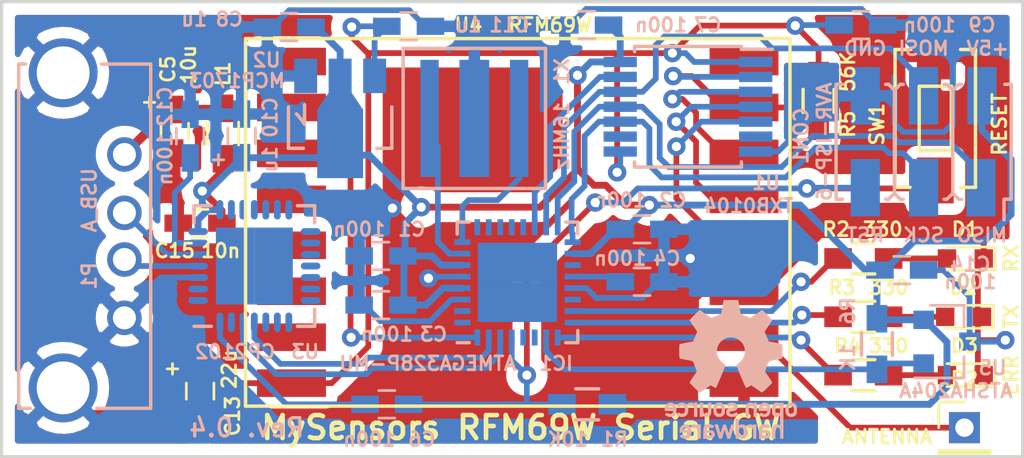
<source format=kicad_pcb>
(kicad_pcb (version 20170123) (host pcbnew no-vcs-found-ecdfa40~58~ubuntu16.04.1)
  (layers (0 F.Cu signal) (31 B.Cu signal) (34 B.Paste user) (35 F.Paste user) (36 B.SilkS user) (37 F.SilkS user) (38 B.Mask user) (39 F.Mask user) (44 Edge.Cuts user))
  (net 0 "")
  (net 1 GND)
  (net 2 +5V)
  (net 3 "Net-(C4-Pad2)")
  (net 4 /RST)
  (net 5 /DTR)
  (net 6 +3V3)
  (net 7 "Net-(C12-Pad1)")
  (net 8 /MISO)
  (net 9 /SCK)
  (net 10 /MOSI)
  (net 11 "Net-(D1-Pad2)")
  (net 12 "Net-(D2-Pad2)")
  (net 13 "Net-(D3-Pad2)")
  (net 14 "Net-(P1-Pad2)")
  (net 15 "Net-(P1-Pad3)")
  (net 16 "Net-(P2-Pad1)")
  (net 17 /GW_RX_LED)
  (net 18 /GW_TX_LED)
  (net 19 /GW_ERR_LED)
  (net 20 "Net-(R5-Pad1)")
  (net 21 "Net-(U1-Pad5)")
  (net 22 "Net-(U1-Pad4)")
  (net 23 "Net-(U1-Pad3)")
  (net 24 /SER_TX)
  (net 25 /SER_RX)
  (net 26 "Net-(IC1-Pad8)")
  (net 27 "Net-(IC1-Pad7)")
  (net 28 /ATSHA204A)
  (net 29 /RFM69W_INT)
  (net 30 /RFM69W_SS)
  (net 31 "Net-(C5-Pad2)")
  (module myfootprints:USB_A_bottom (layer F.Cu) (at 76.20488 80.30914 270)
    (fp_text reference P1 (at 5.28886 1.52888 270) (layer B.SilkS) (effects (font (size 0.6 0.6) (thickness 0.12)) (justify mirror)))
    (fp_text value USB_A (at 1.98686 1.52888 270) (layer B.SilkS) (effects (font (size 0.6 0.6) (thickness 0.12)) (justify mirror)))
    (pad 4 thru_hole circle (at 7.11286 -0.00212 180) (size 1.50114 1.50114) (drill 1.00076) (layers *.Cu *.Mask) (net 1 GND))
    (pad 3 thru_hole circle (at 4.57286 -0.00212 180) (size 1.50114 1.50114) (drill 1.00076) (layers *.Cu *.Mask) (net 15 "Net-(P1-Pad3)"))
    (pad 2 thru_hole circle (at 2.54086 -0.00212 180) (size 1.50114 1.50114) (drill 1.00076) (layers *.Cu *.Mask) (net 14 "Net-(P1-Pad2)"))
    (pad 1 thru_hole circle (at 0.00086 -0.00212 180) (size 1.50114 1.50114) (drill 1.00076) (layers *.Cu *.Mask) (net 31 "Net-(C5-Pad2)"))
    (pad 5 thru_hole circle (at 10.16086 2.66488 180) (size 2.99974 2.99974) (drill 2.30124) (layers *.Cu *.Mask) (net 1 GND))
    (pad 5 thru_hole circle (at -3.55514 2.66488 180) (size 2.99974 2.99974) (drill 2.30124) (layers *.Cu *.Mask) (net 1 GND))
  )
  (module Pin_Headers:Pin_Header_Straight_1x01_Pitch2.00mm (layer F.Cu) (at 112.776 92.202)
    (fp_text reference P2 (at 0 -2.12) (layer F.SilkS) (effects (font (size 0.6 0.6) (thickness 0.12))))
    (fp_text value ANTENNA (at -3.376 0.398) (layer F.SilkS) (effects (font (size 0.6 0.6) (thickness 0.12))))
    (pad 1 thru_hole rect (at 0 0) (size 1.35 1.35) (drill 0.8) (layers *.Cu *.Mask) (net 16 "Net-(P2-Pad1)"))
  )
  (module myfootprints:ZTTCS-3 (layer B.Cu) (at 91.44 78.74 180)
    (fp_text reference X1 (at -3.81 2.032 270) (layer B.SilkS) (effects (font (size 0.6 0.6) (thickness 0.12)) (justify mirror)))
    (fp_text value 16MHz (at -3.81 -0.762 270) (layer B.SilkS) (effects (font (size 0.6 0.6) (thickness 0.12)) (justify mirror)))
    (pad 3 smd rect (at 1.95 0 180) (size 0.8 5.1) (layers B.Cu B.Paste B.Mask) (net 27 "Net-(IC1-Pad7)"))
    (pad 2 smd rect (at 0 0 180) (size 1.3 5.1) (layers B.Cu B.Paste B.Mask) (net 1 GND))
    (pad 1 smd rect (at -1.95 0 180) (size 0.8 5.1) (layers B.Cu B.Paste B.Mask) (net 26 "Net-(IC1-Pad8)"))
  )
  (module Symbols:OSHW-Logo_5.7x6mm_SilkScreen (layer B.Cu) (at 102.616 89.662 180)
    (fp_text reference REF*** hide)
    (fp_text value OSHW-Logo_5.7x6mm_SilkScreen hide)
  )
  (module Capacitors_SMD:C_0603_HandSoldering (layer F.Cu) (at 79.502 90.612 270)
    (fp_text reference C13 (at 1.082 -1.414 270) (layer F.SilkS) (effects (font (size 0.6 0.6) (thickness 0.12))))
    (fp_text value 22u (at -0.95 -1.27 270) (layer F.SilkS) (effects (font (size 0.6 0.6) (thickness 0.12))))
    (pad 1 smd rect (at -0.95 0 270) (size 1.2 0.75) (layers F.Cu F.Paste F.Mask) (net 6 +3V3))
    (pad 2 smd rect (at 0.95 0 270) (size 1.2 0.75) (layers F.Cu F.Paste F.Mask) (net 1 GND))
  )
  (module Capacitors_SMD:C_0603_HandSoldering (layer B.Cu) (at 96.332 74.676 180)
    (fp_text reference C7 (at -5.268 0 180) (layer B.SilkS) (effects (font (size 0.6 0.6) (thickness 0.12)) (justify mirror)))
    (fp_text value 100n (at -3.236 0 180) (layer B.SilkS) (effects (font (size 0.6 0.6) (thickness 0.12)) (justify mirror)))
    (pad 1 smd rect (at -0.95 0 180) (size 1.2 0.75) (layers B.Cu B.Paste B.Mask) (net 2 +5V))
    (pad 2 smd rect (at 0.95 0 180) (size 1.2 0.75) (layers B.Cu B.Paste B.Mask) (net 1 GND))
  )
  (module Buttons_Switches_SMD:SW_SPST_EVQPE1 (layer F.Cu) (at 111.506 78.74 90)
    (fp_text reference SW1 (at -0.254 -2.54 90) (layer F.SilkS) (effects (font (size 0.6 0.6) (thickness 0.12))))
    (fp_text value RESET (at -0.254 2.794 90) (layer F.SilkS) (effects (font (size 0.6 0.6) (thickness 0.12))))
    (pad 2 smd rect (at 2.7 0 90) (size 2 1.6) (layers F.Cu F.Paste F.Mask) (net 1 GND))
    (pad 1 smd rect (at -2.7 0 90) (size 2 1.6) (layers F.Cu F.Paste F.Mask) (net 4 /RST))
  )
  (module Capacitors_SMD:C_0603_HandSoldering (layer B.Cu) (at 98.74 83.566 180)
    (fp_text reference C2 (at -1.336 1.27 180) (layer B.SilkS) (effects (font (size 0.6 0.6) (thickness 0.12)) (justify mirror)))
    (fp_text value 100n (at 0.95 1.27 180) (layer B.SilkS) (effects (font (size 0.6 0.6) (thickness 0.12)) (justify mirror)))
    (pad 1 smd rect (at -0.95 0 180) (size 1.2 0.75) (layers B.Cu B.Paste B.Mask) (net 1 GND))
    (pad 2 smd rect (at 0.95 0 180) (size 1.2 0.75) (layers B.Cu B.Paste B.Mask) (net 2 +5V))
  )
  (module Capacitors_SMD:C_0603_HandSoldering (layer B.Cu) (at 87.376 84.728 180)
    (fp_text reference C1 (at -1.336 1.162 180) (layer B.SilkS) (effects (font (size 0.6 0.6) (thickness 0.12)) (justify mirror)))
    (fp_text value 100n (at 0.95 1.162 180) (layer B.SilkS) (effects (font (size 0.6 0.6) (thickness 0.12)) (justify mirror)))
    (pad 1 smd rect (at -0.95 0 180) (size 1.2 0.75) (layers B.Cu B.Paste B.Mask) (net 2 +5V))
    (pad 2 smd rect (at 0.95 0 180) (size 1.2 0.75) (layers B.Cu B.Paste B.Mask) (net 1 GND))
  )
  (module Capacitors_SMD:C_0603_HandSoldering (layer B.Cu) (at 87.376 86.868)
    (fp_text reference C3 (at 2.286 1.27) (layer B.SilkS) (effects (font (size 0.6 0.6) (thickness 0.12)) (justify mirror)))
    (fp_text value 100n (at 0.254 1.27) (layer B.SilkS) (effects (font (size 0.6 0.6) (thickness 0.12)) (justify mirror)))
    (pad 1 smd rect (at -0.95 0) (size 1.2 0.75) (layers B.Cu B.Paste B.Mask) (net 1 GND))
    (pad 2 smd rect (at 0.95 0) (size 1.2 0.75) (layers B.Cu B.Paste B.Mask) (net 2 +5V))
  )
  (module Capacitors_SMD:C_0603_HandSoldering (layer B.Cu) (at 98.74 85.852 180)
    (fp_text reference C4 (at -1.082 1.016 180) (layer B.SilkS) (effects (font (size 0.6 0.6) (thickness 0.12)) (justify mirror)))
    (fp_text value 100n (at 0.95 1.016 180) (layer B.SilkS) (effects (font (size 0.6 0.6) (thickness 0.12)) (justify mirror)))
    (pad 2 smd rect (at 0.95 0 180) (size 1.2 0.75) (layers B.Cu B.Paste B.Mask) (net 3 "Net-(C4-Pad2)"))
    (pad 1 smd rect (at -0.95 0 180) (size 1.2 0.75) (layers B.Cu B.Paste B.Mask) (net 1 GND))
  )
  (module Capacitors_SMD:C_0603_HandSoldering (layer B.Cu) (at 87.63 91.186 180)
    (fp_text reference C6 (at -1.524 -1.524 180) (layer B.SilkS) (effects (font (size 0.6 0.6) (thickness 0.12)) (justify mirror)))
    (fp_text value 100n (at 0.762 -1.524 180) (layer B.SilkS) (effects (font (size 0.6 0.6) (thickness 0.12)) (justify mirror)))
    (pad 2 smd rect (at 0.95 0 180) (size 1.2 0.75) (layers B.Cu B.Paste B.Mask) (net 5 /DTR))
    (pad 1 smd rect (at -0.95 0 180) (size 1.2 0.75) (layers B.Cu B.Paste B.Mask) (net 4 /RST))
  )
  (module Capacitors_SMD:C_0603_HandSoldering (layer B.Cu) (at 83.378 74.76 180)
    (fp_text reference C8 (at 2.606 0.338 180) (layer B.SilkS) (effects (font (size 0.6 0.6) (thickness 0.12)) (justify mirror)))
    (fp_text value 1u (at 4.13 0.338 180) (layer B.SilkS) (effects (font (size 0.6 0.6) (thickness 0.12)) (justify mirror)))
    (pad 1 smd rect (at -0.95 0 180) (size 1.2 0.75) (layers B.Cu B.Paste B.Mask) (net 2 +5V))
    (pad 2 smd rect (at 0.95 0 180) (size 1.2 0.75) (layers B.Cu B.Paste B.Mask) (net 1 GND))
  )
  (module Capacitors_SMD:C_0603_HandSoldering (layer B.Cu) (at 108.27 74.676 180)
    (fp_text reference C9 (at -5.268 0 180) (layer B.SilkS) (effects (font (size 0.6 0.6) (thickness 0.12)) (justify mirror)))
    (fp_text value 100n (at -2.982 0 180) (layer B.SilkS) (effects (font (size 0.6 0.6) (thickness 0.12)) (justify mirror)))
    (pad 2 smd rect (at 0.95 0 180) (size 1.2 0.75) (layers B.Cu B.Paste B.Mask) (net 6 +3V3))
    (pad 1 smd rect (at -0.95 0 180) (size 1.2 0.75) (layers B.Cu B.Paste B.Mask) (net 1 GND))
  )
  (module Capacitors_SMD:C_0603_HandSoldering (layer B.Cu) (at 81.31 79.5 270)
    (fp_text reference C10 (at -0.8 -1.24 270) (layer B.SilkS) (effects (font (size 0.6 0.6) (thickness 0.12)) (justify mirror)))
    (fp_text value 1u (at 1.018 -1.24 270) (layer B.SilkS) (effects (font (size 0.6 0.6) (thickness 0.12)) (justify mirror)))
    (pad 1 smd rect (at -0.95 0 270) (size 1.2 0.75) (layers B.Cu B.Paste B.Mask) (net 1 GND))
    (pad 2 smd rect (at 0.95 0 270) (size 1.2 0.75) (layers B.Cu B.Paste B.Mask) (net 2 +5V))
  )
  (module Capacitors_SMD:C_0603_HandSoldering (layer B.Cu) (at 88.58 74.73)
    (fp_text reference C11 (at 4.384 -0.054) (layer B.SilkS) (effects (font (size 0.6 0.6) (thickness 0.12)) (justify mirror)))
    (fp_text value 1u (at 2.606 -0.054) (layer B.SilkS) (effects (font (size 0.6 0.6) (thickness 0.12)) (justify mirror)))
    (pad 2 smd rect (at 0.95 0) (size 1.2 0.75) (layers B.Cu B.Paste B.Mask) (net 1 GND))
    (pad 1 smd rect (at -0.95 0) (size 1.2 0.75) (layers B.Cu B.Paste B.Mask) (net 6 +3V3))
  )
  (module Capacitors_SMD:C_0603_HandSoldering (layer B.Cu) (at 79.07 79.51 90)
    (fp_text reference C12 (at 1.278 -1.092 90) (layer B.SilkS) (effects (font (size 0.6 0.6) (thickness 0.12)) (justify mirror)))
    (fp_text value 100n (at -1.008 -1.092 90) (layer B.SilkS) (effects (font (size 0.6 0.6) (thickness 0.12)) (justify mirror)))
    (pad 2 smd rect (at 0.95 0 90) (size 1.2 0.75) (layers B.Cu B.Paste B.Mask) (net 1 GND))
    (pad 1 smd rect (at -0.95 0 90) (size 1.2 0.75) (layers B.Cu B.Paste B.Mask) (net 7 "Net-(C12-Pad1)"))
  )
  (module myfootprints:AVR_ISP_SMT_Small_02x03 (layer B.Cu) (at 110.998 79.756 180)
    (fp_text reference CON1 (at 5.334 0.254 270) (layer B.SilkS) (effects (font (size 0.6 0.6) (thickness 0.12)) (justify mirror)))
    (fp_text value AVR-ISP-6 (at 4.318 0 270) (layer B.SilkS) (effects (font (size 0.6 0.6) (thickness 0.12)) (justify mirror)))
    (pad 1 smd rect (at -2.5 -2 180) (size 1.27 2.5) (layers B.Cu B.Paste B.Mask) (net 8 /MISO))
    (pad 3 smd rect (at 0 -2 180) (size 1.27 2.5) (layers B.Cu B.Paste B.Mask) (net 9 /SCK))
    (pad 5 smd rect (at 2.54 -2 180) (size 1.27 2.5) (layers B.Cu B.Paste B.Mask) (net 4 /RST))
    (pad 6 smd rect (at 2.54 2 180) (size 1.27 2.5) (layers B.Cu B.Paste B.Mask) (net 1 GND))
    (pad 4 smd rect (at 0 2 180) (size 1.27 2.5) (layers B.Cu B.Paste B.Mask) (net 10 /MOSI))
    (pad 2 smd rect (at -2.54 2 180) (size 1.27 2.5) (layers B.Cu B.Paste B.Mask) (net 2 +5V))
  )
  (module LEDs:LED_0603 (layer F.Cu) (at 112.814 84.836 180)
    (fp_text reference D1 (at 0 1.27 180) (layer F.SilkS) (effects (font (size 0.6 0.6) (thickness 0.12))))
    (fp_text value RX (at -1.994 0 270) (layer F.SilkS) (effects (font (size 0.6 0.6) (thickness 0.12))))
    (pad 1 smd rect (at -0.8 0) (size 0.8 0.8) (layers F.Cu F.Paste F.Mask) (net 1 GND))
    (pad 2 smd rect (at 0.8 0) (size 0.8 0.8) (layers F.Cu F.Paste F.Mask) (net 11 "Net-(D1-Pad2)"))
  )
  (module LEDs:LED_0603 (layer F.Cu) (at 112.738 87.376 180)
    (fp_text reference D2 (at 0 1.27 180) (layer F.SilkS) (effects (font (size 0.6 0.6) (thickness 0.12))))
    (fp_text value TX (at -2.07 0 270) (layer F.SilkS) (effects (font (size 0.6 0.6) (thickness 0.12))))
    (pad 2 smd rect (at 0.8 0) (size 0.8 0.8) (layers F.Cu F.Paste F.Mask) (net 12 "Net-(D2-Pad2)"))
    (pad 1 smd rect (at -0.8 0) (size 0.8 0.8) (layers F.Cu F.Paste F.Mask) (net 1 GND))
  )
  (module LEDs:LED_0603 (layer F.Cu) (at 112.814 89.916 180)
    (fp_text reference D3 (at 0.038 1.27 180) (layer F.SilkS) (effects (font (size 0.6 0.6) (thickness 0.12))))
    (fp_text value ERR (at -1.994 0 270) (layer F.SilkS) (effects (font (size 0.6 0.6) (thickness 0.12))))
    (pad 1 smd rect (at -0.8 0) (size 0.8 0.8) (layers F.Cu F.Paste F.Mask) (net 1 GND))
    (pad 2 smd rect (at 0.8 0) (size 0.8 0.8) (layers F.Cu F.Paste F.Mask) (net 13 "Net-(D3-Pad2)"))
  )
  (module Housings_DFN_QFN:QFN-32-1EP_5x5mm_Pitch0.5mm (layer B.Cu) (at 93.3185 85.878)
    (fp_text reference IC1 (at 1.6775 3.53) (layer B.SilkS) (effects (font (size 0.6 0.6) (thickness 0.12)) (justify mirror)))
    (fp_text value ATMEGA328P-MU (at -3.9105 3.53) (layer B.SilkS) (effects (font (size 0.6 0.6) (thickness 0.12)) (justify mirror)))
    (pad 33 smd rect (at -0.8625 0.8625) (size 1.725 1.725) (layers B.Cu B.Paste B.Mask))
    (pad 33 smd rect (at -0.8625 -0.8625) (size 1.725 1.725) (layers B.Cu B.Paste B.Mask))
    (pad 33 smd rect (at 0.8625 0.8625) (size 1.725 1.725) (layers B.Cu B.Paste B.Mask))
    (pad 33 smd rect (at 0.8625 -0.8625) (size 1.725 1.725) (layers B.Cu B.Paste B.Mask))
    (pad 32 smd rect (at -1.75 2.4 270) (size 0.7 0.25) (layers B.Cu B.Paste B.Mask) (net 29 /RFM69W_INT))
    (pad 31 smd rect (at -1.25 2.4 270) (size 0.7 0.25) (layers B.Cu B.Paste B.Mask) (net 25 /SER_RX))
    (pad 30 smd rect (at -0.75 2.4 270) (size 0.7 0.25) (layers B.Cu B.Paste B.Mask) (net 24 /SER_TX))
    (pad 29 smd rect (at -0.25 2.4 270) (size 0.7 0.25) (layers B.Cu B.Paste B.Mask) (net 4 /RST))
    (pad 28 smd rect (at 0.25 2.4 270) (size 0.7 0.25) (layers B.Cu B.Paste B.Mask))
    (pad 27 smd rect (at 0.75 2.4 270) (size 0.7 0.25) (layers B.Cu B.Paste B.Mask))
    (pad 26 smd rect (at 1.25 2.4 270) (size 0.7 0.25) (layers B.Cu B.Paste B.Mask) (net 28 /ATSHA204A))
    (pad 25 smd rect (at 1.75 2.4 270) (size 0.7 0.25) (layers B.Cu B.Paste B.Mask) (net 19 /GW_ERR_LED))
    (pad 24 smd rect (at 2.4 1.75) (size 0.7 0.25) (layers B.Cu B.Paste B.Mask) (net 18 /GW_TX_LED))
    (pad 23 smd rect (at 2.4 1.25) (size 0.7 0.25) (layers B.Cu B.Paste B.Mask) (net 17 /GW_RX_LED))
    (pad 22 smd rect (at 2.4 0.75) (size 0.7 0.25) (layers B.Cu B.Paste B.Mask))
    (pad 21 smd rect (at 2.4 0.25) (size 0.7 0.25) (layers B.Cu B.Paste B.Mask) (net 1 GND))
    (pad 20 smd rect (at 2.4 -0.25) (size 0.7 0.25) (layers B.Cu B.Paste B.Mask) (net 3 "Net-(C4-Pad2)"))
    (pad 19 smd rect (at 2.4 -0.75) (size 0.7 0.25) (layers B.Cu B.Paste B.Mask))
    (pad 18 smd rect (at 2.4 -1.25) (size 0.7 0.25) (layers B.Cu B.Paste B.Mask) (net 2 +5V))
    (pad 17 smd rect (at 2.4 -1.75) (size 0.7 0.25) (layers B.Cu B.Paste B.Mask) (net 9 /SCK))
    (pad 16 smd rect (at 1.75 -2.4 270) (size 0.7 0.25) (layers B.Cu B.Paste B.Mask) (net 8 /MISO))
    (pad 15 smd rect (at 1.25 -2.4 270) (size 0.7 0.25) (layers B.Cu B.Paste B.Mask) (net 10 /MOSI))
    (pad 14 smd rect (at 0.75 -2.4 270) (size 0.7 0.25) (layers B.Cu B.Paste B.Mask) (net 30 /RFM69W_SS))
    (pad 13 smd rect (at 0.25 -2.4 270) (size 0.7 0.25) (layers B.Cu B.Paste B.Mask))
    (pad 12 smd rect (at -0.25 -2.4 270) (size 0.7 0.25) (layers B.Cu B.Paste B.Mask))
    (pad 11 smd rect (at -0.75 -2.4 270) (size 0.7 0.25) (layers B.Cu B.Paste B.Mask))
    (pad 10 smd rect (at -1.25 -2.4 270) (size 0.7 0.25) (layers B.Cu B.Paste B.Mask))
    (pad 9 smd rect (at -1.75 -2.4 270) (size 0.7 0.25) (layers B.Cu B.Paste B.Mask))
    (pad 8 smd rect (at -2.4 -1.75) (size 0.7 0.25) (layers B.Cu B.Paste B.Mask) (net 26 "Net-(IC1-Pad8)"))
    (pad 7 smd rect (at -2.4 -1.25) (size 0.7 0.25) (layers B.Cu B.Paste B.Mask) (net 27 "Net-(IC1-Pad7)"))
    (pad 6 smd rect (at -2.4 -0.75) (size 0.7 0.25) (layers B.Cu B.Paste B.Mask) (net 2 +5V))
    (pad 5 smd rect (at -2.4 -0.25) (size 0.7 0.25) (layers B.Cu B.Paste B.Mask) (net 1 GND))
    (pad 4 smd rect (at -2.4 0.25) (size 0.7 0.25) (layers B.Cu B.Paste B.Mask) (net 2 +5V))
    (pad 3 smd rect (at -2.4 0.75) (size 0.7 0.25) (layers B.Cu B.Paste B.Mask) (net 1 GND))
    (pad 2 smd rect (at -2.4 1.25) (size 0.7 0.25) (layers B.Cu B.Paste B.Mask))
    (pad 1 smd rect (at -2.4 1.75) (size 0.7 0.25) (layers B.Cu B.Paste B.Mask))
  )
  (module Resistors_SMD:R_0603_HandSoldering (layer B.Cu) (at 96.35 91.186 180)
    (fp_text reference R1 (at -1.186 -1.524 180) (layer B.SilkS) (effects (font (size 0.6 0.6) (thickness 0.12)) (justify mirror)))
    (fp_text value 10K (at 0.846 -1.524 180) (layer B.SilkS) (effects (font (size 0.6 0.6) (thickness 0.12)) (justify mirror)))
    (pad 2 smd rect (at 1.1 0 180) (size 1.2 0.9) (layers B.Cu B.Paste B.Mask) (net 4 /RST))
    (pad 1 smd rect (at -1.1 0 180) (size 1.2 0.9) (layers B.Cu B.Paste B.Mask) (net 2 +5V))
  )
  (module Resistors_SMD:R_0603_HandSoldering (layer F.Cu) (at 108.374 84.836 180)
    (fp_text reference R2 (at 1.186 1.27 180) (layer F.SilkS) (effects (font (size 0.6 0.6) (thickness 0.12))))
    (fp_text value 330 (at -0.846 1.27 180) (layer F.SilkS) (effects (font (size 0.6 0.6) (thickness 0.12))))
    (pad 1 smd rect (at -1.1 0 180) (size 1.2 0.9) (layers F.Cu F.Paste F.Mask) (net 11 "Net-(D1-Pad2)"))
    (pad 2 smd rect (at 1.1 0 180) (size 1.2 0.9) (layers F.Cu F.Paste F.Mask) (net 17 /GW_RX_LED))
  )
  (module Resistors_SMD:R_0603_HandSoldering (layer F.Cu) (at 108.374 87.376 180)
    (fp_text reference R3 (at 0.932 1.27 180) (layer F.SilkS) (effects (font (size 0.6 0.6) (thickness 0.12))))
    (fp_text value 330 (at -1.1 1.27 180) (layer F.SilkS) (effects (font (size 0.6 0.6) (thickness 0.12))))
    (pad 2 smd rect (at 1.1 0 180) (size 1.2 0.9) (layers F.Cu F.Paste F.Mask) (net 18 /GW_TX_LED))
    (pad 1 smd rect (at -1.1 0 180) (size 1.2 0.9) (layers F.Cu F.Paste F.Mask) (net 12 "Net-(D2-Pad2)"))
  )
  (module Resistors_SMD:R_0603_HandSoldering (layer F.Cu) (at 108.374 89.916 180)
    (fp_text reference R4 (at 0.678 1.27 180) (layer F.SilkS) (effects (font (size 0.6 0.6) (thickness 0.12))))
    (fp_text value 330 (at -1.1 1.27 180) (layer F.SilkS) (effects (font (size 0.6 0.6) (thickness 0.12))))
    (pad 1 smd rect (at -1.1 0 180) (size 1.2 0.9) (layers F.Cu F.Paste F.Mask) (net 13 "Net-(D3-Pad2)"))
    (pad 2 smd rect (at 1.1 0 180) (size 1.2 0.9) (layers F.Cu F.Paste F.Mask) (net 19 /GW_ERR_LED))
  )
  (module Resistors_SMD:R_0603_HandSoldering (layer F.Cu) (at 106.426 77.978 90)
    (fp_text reference R5 (at -1.016 1.27 90) (layer F.SilkS) (effects (font (size 0.6 0.6) (thickness 0.12))))
    (fp_text value 56K (at 1.27 1.27 90) (layer F.SilkS) (effects (font (size 0.6 0.6) (thickness 0.12))))
    (pad 2 smd rect (at 1.1 0 90) (size 1.2 0.9) (layers F.Cu F.Paste F.Mask) (net 6 +3V3))
    (pad 1 smd rect (at -1.1 0 90) (size 1.2 0.9) (layers F.Cu F.Paste F.Mask) (net 20 "Net-(R5-Pad1)"))
  )
  (module Housings_SSOP:TSSOP-14_4.4x5mm_Pitch0.65mm (layer B.Cu) (at 100.74 78.232 180)
    (fp_text reference U1 (at -3.4 -3.302 180) (layer B.SilkS) (effects (font (size 0.6 0.6) (thickness 0.12)) (justify mirror)))
    (fp_text value TXB0104 (at -2.638 -4.318 180) (layer B.SilkS) (effects (font (size 0.6 0.6) (thickness 0.12)) (justify mirror)))
    (pad 14 smd rect (at 2.95 1.95 180) (size 1.45 0.45) (layers B.Cu B.Paste B.Mask) (net 2 +5V))
    (pad 13 smd rect (at 2.95 1.3 180) (size 1.45 0.45) (layers B.Cu B.Paste B.Mask) (net 30 /RFM69W_SS))
    (pad 12 smd rect (at 2.95 0.65 180) (size 1.45 0.45) (layers B.Cu B.Paste B.Mask) (net 10 /MOSI))
    (pad 11 smd rect (at 2.95 0 180) (size 1.45 0.45) (layers B.Cu B.Paste B.Mask) (net 8 /MISO))
    (pad 10 smd rect (at 2.95 -0.65 180) (size 1.45 0.45) (layers B.Cu B.Paste B.Mask) (net 9 /SCK))
    (pad 9 smd rect (at 2.95 -1.3 180) (size 1.45 0.45) (layers B.Cu B.Paste B.Mask))
    (pad 8 smd rect (at 2.95 -1.95 180) (size 1.45 0.45) (layers B.Cu B.Paste B.Mask) (net 6 +3V3))
    (pad 7 smd rect (at -2.95 -1.95 180) (size 1.45 0.45) (layers B.Cu B.Paste B.Mask) (net 1 GND))
    (pad 6 smd rect (at -2.95 -1.3 180) (size 1.45 0.45) (layers B.Cu B.Paste B.Mask))
    (pad 5 smd rect (at -2.95 -0.65 180) (size 1.45 0.45) (layers B.Cu B.Paste B.Mask) (net 21 "Net-(U1-Pad5)"))
    (pad 4 smd rect (at -2.95 0 180) (size 1.45 0.45) (layers B.Cu B.Paste B.Mask) (net 22 "Net-(U1-Pad4)"))
    (pad 3 smd rect (at -2.95 0.65 180) (size 1.45 0.45) (layers B.Cu B.Paste B.Mask) (net 23 "Net-(U1-Pad3)"))
    (pad 2 smd rect (at -2.95 1.3 180) (size 1.45 0.45) (layers B.Cu B.Paste B.Mask) (net 20 "Net-(R5-Pad1)"))
    (pad 1 smd rect (at -2.95 1.95 180) (size 1.45 0.45) (layers B.Cu B.Paste B.Mask) (net 6 +3V3))
  )
  (module TO_SOT_Packages_SMD:SOT89-3_Housing (layer B.Cu) (at 85.598 78.74)
    (fp_text reference U2 (at -3.198 -2.54) (layer B.SilkS) (effects (font (size 0.6 0.6) (thickness 0.12)) (justify mirror)))
    (fp_text value MCP1703 (at -4.498 -1.64) (layer B.SilkS) (effects (font (size 0.6 0.6) (thickness 0.12)) (justify mirror)))
    (pad 2 smd trapezoid (at 0 -0.7493 180) (size 1.50114 0.7493) (rect_delta 0 -0.50038) (layers B.Cu B.Paste B.Mask) (net 2 +5V))
    (pad 2 smd rect (at 0 1.09982) (size 1.99898 2.99974) (layers B.Cu B.Paste B.Mask) (net 2 +5V))
    (pad 3 smd rect (at 1.50114 -1.85166) (size 1.00076 1.50114) (layers B.Cu B.Paste B.Mask) (net 6 +3V3))
    (pad 2 smd rect (at 0 -1.85166) (size 1.00076 1.50114) (layers B.Cu B.Paste B.Mask) (net 2 +5V))
    (pad 1 smd rect (at -1.50114 -1.85166) (size 1.00076 1.50114) (layers B.Cu B.Paste B.Mask) (net 1 GND))
  )
  (module Housings_DFN_QFN:QFN-28-1EP_5x5mm_Pitch0.5mm (layer B.Cu) (at 81.8635 85.1655)
    (fp_text reference U3 (at 2.2105 3.7345) (layer B.SilkS) (effects (font (size 0.6 0.6) (thickness 0.12)) (justify mirror)))
    (fp_text value CP2102 (at -0.8375 3.7345) (layer B.SilkS) (effects (font (size 0.6 0.6) (thickness 0.12)) (justify mirror)))
    (pad 29 smd rect (at -0.8375 0.8375) (size 1.675 1.675) (layers B.Cu B.Paste B.Mask))
    (pad 29 smd rect (at -0.8375 -0.8375) (size 1.675 1.675) (layers B.Cu B.Paste B.Mask))
    (pad 29 smd rect (at 0.8375 0.8375) (size 1.675 1.675) (layers B.Cu B.Paste B.Mask))
    (pad 29 smd rect (at 0.8375 -0.8375) (size 1.675 1.675) (layers B.Cu B.Paste B.Mask))
    (pad 28 smd oval (at -1.5 2.45 270) (size 0.85 0.3) (layers B.Cu B.Paste B.Mask) (net 5 /DTR))
    (pad 27 smd oval (at -1 2.45 270) (size 0.85 0.3) (layers B.Cu B.Paste B.Mask))
    (pad 26 smd oval (at -0.5 2.45 270) (size 0.85 0.3) (layers B.Cu B.Paste B.Mask) (net 24 /SER_TX))
    (pad 25 smd oval (at 0 2.45 270) (size 0.85 0.3) (layers B.Cu B.Paste B.Mask) (net 25 /SER_RX))
    (pad 24 smd oval (at 0.5 2.45 270) (size 0.85 0.3) (layers B.Cu B.Paste B.Mask))
    (pad 23 smd oval (at 1 2.45 270) (size 0.85 0.3) (layers B.Cu B.Paste B.Mask))
    (pad 22 smd oval (at 1.5 2.45 270) (size 0.85 0.3) (layers B.Cu B.Paste B.Mask))
    (pad 21 smd oval (at 2.45 1.5) (size 0.85 0.3) (layers B.Cu B.Paste B.Mask))
    (pad 20 smd oval (at 2.45 1) (size 0.85 0.3) (layers B.Cu B.Paste B.Mask))
    (pad 19 smd oval (at 2.45 0.5) (size 0.85 0.3) (layers B.Cu B.Paste B.Mask))
    (pad 18 smd oval (at 2.45 0) (size 0.85 0.3) (layers B.Cu B.Paste B.Mask))
    (pad 17 smd oval (at 2.45 -0.5) (size 0.85 0.3) (layers B.Cu B.Paste B.Mask))
    (pad 16 smd oval (at 2.45 -1) (size 0.85 0.3) (layers B.Cu B.Paste B.Mask))
    (pad 15 smd oval (at 2.45 -1.5) (size 0.85 0.3) (layers B.Cu B.Paste B.Mask))
    (pad 14 smd oval (at 1.5 -2.45 270) (size 0.85 0.3) (layers B.Cu B.Paste B.Mask))
    (pad 13 smd oval (at 1 -2.45 270) (size 0.85 0.3) (layers B.Cu B.Paste B.Mask))
    (pad 12 smd oval (at 0.5 -2.45 270) (size 0.85 0.3) (layers B.Cu B.Paste B.Mask))
    (pad 11 smd oval (at 0 -2.45 270) (size 0.85 0.3) (layers B.Cu B.Paste B.Mask))
    (pad 10 smd oval (at -0.5 -2.45 270) (size 0.85 0.3) (layers B.Cu B.Paste B.Mask))
    (pad 9 smd oval (at -1 -2.45 270) (size 0.85 0.3) (layers B.Cu B.Paste B.Mask))
    (pad 8 smd oval (at -1.5 -2.45 270) (size 0.85 0.3) (layers B.Cu B.Paste B.Mask) (net 2 +5V))
    (pad 7 smd oval (at -2.45 -1.5) (size 0.85 0.3) (layers B.Cu B.Paste B.Mask) (net 2 +5V))
    (pad 6 smd oval (at -2.45 -1) (size 0.85 0.3) (layers B.Cu B.Paste B.Mask) (net 7 "Net-(C12-Pad1)"))
    (pad 5 smd oval (at -2.45 -0.5) (size 0.85 0.3) (layers B.Cu B.Paste B.Mask) (net 14 "Net-(P1-Pad2)"))
    (pad 4 smd oval (at -2.45 0) (size 0.85 0.3) (layers B.Cu B.Paste B.Mask) (net 15 "Net-(P1-Pad3)"))
    (pad 3 smd oval (at -2.45 0.5) (size 0.85 0.3) (layers B.Cu B.Paste B.Mask) (net 1 GND))
    (pad 2 smd oval (at -2.45 1) (size 0.85 0.3) (layers B.Cu B.Paste B.Mask))
    (pad 1 smd oval (at -2.45 1.5) (size 0.85 0.3) (layers B.Cu B.Paste B.Mask))
  )
  (module mysensors_radios:RFM69HW_SMD_Handsoldering (layer F.Cu) (at 84.88 76.264)
    (fp_text reference U4 (at 6.306 -1.588) (layer F.SilkS) (effects (font (size 0.6 0.6) (thickness 0.12))))
    (fp_text value RFM69W (at 9.862 -1.588) (layer F.SilkS) (effects (font (size 0.6 0.6) (thickness 0.12))))
    (pad 16 smd rect (at 18.3 0) (size 3 1.2) (layers F.Cu F.Paste F.Mask))
    (pad 15 smd rect (at 18.3 2) (size 3 1.2) (layers F.Cu F.Paste F.Mask) (net 20 "Net-(R5-Pad1)"))
    (pad 14 smd rect (at 18.3 4) (size 3 1.2) (layers F.Cu F.Paste F.Mask) (net 23 "Net-(U1-Pad3)"))
    (pad 13 smd rect (at 18.3 6) (size 3 1.2) (layers F.Cu F.Paste F.Mask) (net 22 "Net-(U1-Pad4)"))
    (pad 12 smd rect (at 18.3 8) (size 3 1.2) (layers F.Cu F.Paste F.Mask) (net 21 "Net-(U1-Pad5)"))
    (pad 11 smd rect (at 18.3 10) (size 3 1.2) (layers F.Cu F.Paste F.Mask) (net 1 GND))
    (pad 10 smd rect (at 18.3 12) (size 3 1.2) (layers F.Cu F.Paste F.Mask) (net 16 "Net-(P2-Pad1)"))
    (pad 9 smd rect (at 18.3 14) (size 3 1.2) (layers F.Cu F.Paste F.Mask) (net 1 GND))
    (pad 8 smd rect (at -1.4 14) (size 3 1.2) (layers F.Cu F.Paste F.Mask) (net 6 +3V3))
    (pad 7 smd rect (at -1.4 12) (size 3 1.2) (layers F.Cu F.Paste F.Mask))
    (pad 6 smd rect (at -1.4 10) (size 3 1.2) (layers F.Cu F.Paste F.Mask))
    (pad 5 smd rect (at -1.4 8) (size 3 1.2) (layers F.Cu F.Paste F.Mask))
    (pad 4 smd rect (at -1.4 6) (size 3 1.2) (layers F.Cu F.Paste F.Mask))
    (pad 3 smd rect (at -1.4 4) (size 3 1.2) (layers F.Cu F.Paste F.Mask))
    (pad 2 smd rect (at -1.4 2) (size 3 1.2) (layers F.Cu F.Paste F.Mask) (net 29 /RFM69W_INT))
    (pad 1 smd rect (at -1.4 0) (size 3 1.2) (layers F.Cu F.Paste F.Mask))
  )
  (module Capacitors_SMD:C_0603_HandSoldering (layer B.Cu) (at 110.048 85.344)
    (fp_text reference C14 (at 2.982 -0.254) (layer B.SilkS) (effects (font (size 0.6 0.6) (thickness 0.12)) (justify mirror)))
    (fp_text value 100n (at 2.982 0.508) (layer B.SilkS) (effects (font (size 0.6 0.6) (thickness 0.12)) (justify mirror)))
    (pad 2 smd rect (at 0.95 0) (size 1.2 0.75) (layers B.Cu B.Paste B.Mask) (net 1 GND))
    (pad 1 smd rect (at -0.95 0) (size 1.2 0.75) (layers B.Cu B.Paste B.Mask) (net 2 +5V))
  )
  (module Resistors_SMD:R_0603_HandSoldering (layer B.Cu) (at 108.966 88.562 90)
    (fp_text reference R6 (at 1.44 -1.27 90) (layer B.SilkS) (effects (font (size 0.6 0.6) (thickness 0.12)) (justify mirror)))
    (fp_text value 1K (at -0.592 -1.27 90) (layer B.SilkS) (effects (font (size 0.6 0.6) (thickness 0.12)) (justify mirror)))
    (pad 2 smd rect (at 1.1 0 90) (size 1.2 0.9) (layers B.Cu B.Paste B.Mask) (net 2 +5V))
    (pad 1 smd rect (at -1.1 0 90) (size 1.2 0.9) (layers B.Cu B.Paste B.Mask) (net 28 /ATSHA204A))
  )
  (module TO_SOT_Packages_SMD:SOT-23 (layer B.Cu) (at 111.998 88.458)
    (fp_text reference U5 (at 2.002 1.142) (layer B.SilkS) (effects (font (size 0.6 0.6) (thickness 0.12)) (justify mirror)))
    (fp_text value ATSHA204A (at 0.402 2.142) (layer B.SilkS) (effects (font (size 0.6 0.6) (thickness 0.12)) (justify mirror)))
    (pad 3 smd rect (at 1 0) (size 0.9 0.8) (layers B.Cu B.Paste B.Mask) (net 1 GND))
    (pad 2 smd rect (at -1 -0.95) (size 0.9 0.8) (layers B.Cu B.Paste B.Mask) (net 2 +5V))
    (pad 1 smd rect (at -1 0.95) (size 0.9 0.8) (layers B.Cu B.Paste B.Mask) (net 28 /ATSHA204A))
  )
  (module Resistors_SMD:R_0603_HandSoldering (layer F.Cu) (at 80.5 79.4 90)
    (fp_text reference L1 (at 2.6 0 90) (layer F.SilkS) (effects (font (size 0.6 0.6) (thickness 0.12))))
    (fp_text value BLM18HE152SN1D)
    (pad 2 smd rect (at 1.1 0 90) (size 1.2 0.9) (layers F.Cu F.Paste F.Mask) (net 31 "Net-(C5-Pad2)"))
    (pad 1 smd rect (at -1.1 0 90) (size 1.2 0.9) (layers F.Cu F.Paste F.Mask) (net 2 +5V))
  )
  (module Capacitors_SMD:C_0603_HandSoldering (layer F.Cu) (at 78.4 79.3 90)
    (fp_text reference C5 (at 2.7 -0.3 90) (layer F.SilkS) (effects (font (size 0.6 0.6) (thickness 0.12))))
    (fp_text value 10u (at 2.9 0.6 90) (layer F.SilkS) (effects (font (size 0.6 0.6) (thickness 0.12))))
    (pad 2 smd rect (at 0.95 0 90) (size 1.2 0.75) (layers F.Cu F.Paste F.Mask) (net 31 "Net-(C5-Pad2)"))
    (pad 1 smd rect (at -0.95 0 90) (size 1.2 0.75) (layers F.Cu F.Paste F.Mask) (net 1 GND))
  )
  (module Capacitors_SMD:C_0603_HandSoldering (layer F.Cu) (at 79.5 83.3)
    (fp_text reference C15 (at -1.1 1.2) (layer F.SilkS) (effects (font (size 0.6 0.6) (thickness 0.12))))
    (fp_text value 10n (at 0.9 1.2) (layer F.SilkS) (effects (font (size 0.6 0.6) (thickness 0.12))))
    (pad 1 smd rect (at -0.95 0) (size 1.2 0.75) (layers F.Cu F.Paste F.Mask) (net 1 GND))
    (pad 2 smd rect (at 0.95 0) (size 1.2 0.75) (layers F.Cu F.Paste F.Mask) (net 2 +5V))
  )
  (gr_text + (at 77.3 78) (layer F.SilkS) (effects (font (size 0.6 0.6) (thickness 0.12)) (justify mirror)))
  (gr_text + (at 80.3 80.5) (layer B.SilkS) (effects (font (size 0.6 0.6) (thickness 0.12))))
  (gr_text + (at 78.3 89.6) (layer F.SilkS) (effects (font (size 0.6 0.6) (thickness 0.12))))
  (gr_text "MySensors RFM69W Serial GW" (at 93.472 92.202) (layer F.SilkS) (effects (font (size 1 1) (thickness 0.2))))
  (gr_text "Rev. 0.4" (at 81.534 92.202) (layer B.SilkS) (effects (font (size 0.8 0.8) (thickness 0.14)) (justify mirror)))
  (gr_text GND (at 108.458 75.692) (layer B.SilkS) (effects (font (size 0.6 0.6) (thickness 0.12)) (justify mirror)))
  (gr_text MOSI (at 110.998 75.692) (layer B.SilkS) (effects (font (size 0.6 0.6) (thickness 0.12)) (justify mirror)))
  (gr_text +5V (at 113.792 75.692) (layer B.SilkS) (effects (font (size 0.6 0.6) (thickness 0.12)) (justify mirror)))
  (gr_text MISO (at 113.538 83.82) (layer B.SilkS) (effects (font (size 0.6 0.6) (thickness 0.12)) (justify mirror)))
  (gr_text SCK (at 110.998 83.82) (layer B.SilkS) (effects (font (size 0.6 0.6) (thickness 0.12)) (justify mirror)))
  (gr_text RST (at 108.458 83.82) (layer B.SilkS) (effects (font (size 0.6 0.6) (thickness 0.12)) (justify mirror)))
  (gr_line (start 70.866 93.472) (end 70.866 73.66) (layer Edge.Cuts) (width 0.15))
  (gr_line (start 115.316 93.472) (end 70.866 93.472) (layer Edge.Cuts) (width 0.15))
  (gr_line (start 115.316 73.66) (end 115.316 93.472) (layer Edge.Cuts) (width 0.15))
  (gr_line (start 70.866 73.66) (end 115.316 73.66) (layer Edge.Cuts) (width 0.15))
  (segment (start 89.442189 84.217189) (end 89.442189 85.697136) (width 0.25) (layer F.Cu) (net 1))
  (segment (start 89.503765 87.568001) (end 87.351001 87.568001) (width 0.25) (layer B.Cu) (net 1))
  (segment (start 87.875 82.65) (end 89.442189 84.217189) (width 0.25) (layer F.Cu) (net 1))
  (segment (start 89.511325 85.628) (end 89.442189 85.697136) (width 0.25) (layer B.Cu) (net 1))
  (segment (start 90.9185 85.628) (end 89.511325 85.628) (width 0.25) (layer B.Cu) (net 1))
  (via (at 89.442189 85.697136) (size 0.8) (drill 0.4) (layers F.Cu B.Cu) (net 1))
  (segment (start 86.651 86.868) (end 86.426 86.868) (width 0.25) (layer B.Cu) (net 1))
  (segment (start 87.351001 87.568001) (end 86.651 86.868) (width 0.25) (layer B.Cu) (net 1))
  (segment (start 90.443766 86.628) (end 89.503765 87.568001) (width 0.25) (layer B.Cu) (net 1))
  (segment (start 90.9185 86.628) (end 90.443766 86.628) (width 0.25) (layer B.Cu) (net 1))
  (segment (start 100.838 84.836) (end 101.075 85.073) (width 0.25) (layer F.Cu) (net 1))
  (segment (start 101.075 85.073) (end 101.075 85.925) (width 0.25) (layer F.Cu) (net 1))
  (segment (start 101.075 85.925) (end 101.414 86.264) (width 0.25) (layer F.Cu) (net 1))
  (segment (start 101.414 86.264) (end 103.18 86.264) (width 0.25) (layer F.Cu) (net 1))
  (segment (start 86.426 84.099) (end 87.875 82.65) (width 0.25) (layer B.Cu) (net 1))
  (segment (start 86.426 84.728) (end 86.426 84.099) (width 0.25) (layer B.Cu) (net 1))
  (via (at 87.875 82.65) (size 0.8) (drill 0.4) (layers F.Cu B.Cu) (net 1))
  (segment (start 73.54 90.47) (end 73.54 90.036) (width 0.25) (layer B.Cu) (net 1))
  (segment (start 73.54 90.036) (end 76.154 87.422) (width 0.25) (layer B.Cu) (net 1))
  (segment (start 76.154 87.422) (end 76.207 87.422) (width 0.25) (layer B.Cu) (net 1))
  (segment (start 79.4135 85.6655) (end 77.7915 85.6655) (width 0.25) (layer B.Cu) (net 1))
  (segment (start 77.7915 85.6655) (end 76.207 87.25) (width 0.25) (layer B.Cu) (net 1))
  (segment (start 76.207 87.25) (end 76.207 87.369) (width 0.25) (layer B.Cu) (net 1))
  (segment (start 76.207 87.369) (end 76.207 87.422) (width 0.25) (layer B.Cu) (net 1))
  (segment (start 95.382 74.676) (end 91.44 74.676) (width 0.25) (layer B.Cu) (net 1))
  (segment (start 91.44 74.676) (end 89.584 74.676) (width 0.25) (layer B.Cu) (net 1))
  (segment (start 91.44 78.74) (end 91.44 74.676) (width 0.25) (layer B.Cu) (net 1))
  (segment (start 108.458 77.756) (end 109.252 77.756) (width 0.25) (layer B.Cu) (net 1))
  (segment (start 109.252 77.756) (end 109.728 78.232) (width 0.25) (layer B.Cu) (net 1))
  (segment (start 109.728 78.232) (end 109.728 78.956002) (width 0.25) (layer B.Cu) (net 1))
  (segment (start 112.268 76.2) (end 110.744 74.676) (width 0.25) (layer B.Cu) (net 1))
  (segment (start 109.728 78.956002) (end 110.102999 79.331001) (width 0.25) (layer B.Cu) (net 1))
  (segment (start 110.102999 79.331001) (end 111.893001 79.331001) (width 0.25) (layer B.Cu) (net 1))
  (segment (start 112.268 78.956002) (end 112.268 76.2) (width 0.25) (layer B.Cu) (net 1))
  (segment (start 111.893001 79.331001) (end 112.268 78.956002) (width 0.25) (layer B.Cu) (net 1))
  (segment (start 110.744 74.676) (end 109.22 74.676) (width 0.25) (layer B.Cu) (net 1))
  (segment (start 82.74666 76.88834) (end 81.60766 76.88834) (width 0.25) (layer B.Cu) (net 1))
  (segment (start 81.60766 76.88834) (end 81.31 77.186) (width 0.25) (layer B.Cu) (net 1))
  (segment (start 81.31 77.186) (end 81.31 78.55) (width 0.25) (layer B.Cu) (net 1))
  (segment (start 113.614 84.186) (end 113.248 83.82) (width 0.25) (layer F.Cu) (net 1))
  (segment (start 113.248 83.82) (end 106.524 83.82) (width 0.25) (layer F.Cu) (net 1))
  (segment (start 106.524 83.82) (end 104.08 86.264) (width 0.25) (layer F.Cu) (net 1))
  (segment (start 104.08 86.264) (end 103.18 86.264) (width 0.25) (layer F.Cu) (net 1))
  (segment (start 89.49 74.77) (end 89.53 74.73) (width 0.25) (layer B.Cu) (net 1))
  (segment (start 103.18 86.264) (end 101.43 86.264) (width 0.25) (layer F.Cu) (net 1))
  (segment (start 101.43 86.264) (end 101.092 86.602) (width 0.25) (layer F.Cu) (net 1))
  (segment (start 101.092 86.602) (end 101.092 90.17) (width 0.25) (layer F.Cu) (net 1))
  (segment (start 101.092 90.17) (end 101.186 90.264) (width 0.25) (layer F.Cu) (net 1))
  (segment (start 111.506 76.04) (end 112.556 76.04) (width 0.25) (layer F.Cu) (net 1))
  (segment (start 112.556 76.04) (end 113.614 77.098) (width 0.25) (layer F.Cu) (net 1))
  (segment (start 113.614 77.098) (end 113.614 84.186) (width 0.25) (layer F.Cu) (net 1))
  (segment (start 113.614 84.186) (end 113.614 84.836) (width 0.25) (layer F.Cu) (net 1))
  (segment (start 113.36 89.916) (end 113.36 88.392) (width 0.25) (layer F.Cu) (net 1))
  (segment (start 113.36 88.392) (end 113.36 87.452) (width 0.25) (layer F.Cu) (net 1))
  (segment (start 114.554 88.392) (end 113.36 88.392) (width 0.25) (layer F.Cu) (net 1))
  (segment (start 112.998 88.458) (end 114.488 88.458) (width 0.25) (layer B.Cu) (net 1))
  (via (at 114.554 88.392) (size 0.8) (drill 0.4) (layers F.Cu B.Cu) (net 1))
  (segment (start 114.488 88.458) (end 114.554 88.392) (width 0.25) (layer B.Cu) (net 1))
  (segment (start 109.22 74.676) (end 108.995 74.676) (width 0.25) (layer B.Cu) (net 1))
  (segment (start 108.995 74.676) (end 108.294999 73.975999) (width 0.25) (layer B.Cu) (net 1))
  (segment (start 108.294999 73.975999) (end 96.307001 73.975999) (width 0.25) (layer B.Cu) (net 1))
  (segment (start 96.307001 73.975999) (end 95.607 74.676) (width 0.25) (layer B.Cu) (net 1))
  (segment (start 95.607 74.676) (end 95.382 74.676) (width 0.25) (layer B.Cu) (net 1))
  (segment (start 99.69 84.836) (end 99.69 85.852) (width 0.25) (layer B.Cu) (net 1))
  (segment (start 99.69 83.566) (end 99.69 84.836) (width 0.25) (layer B.Cu) (net 1))
  (segment (start 99.69 84.836) (end 100.838 84.836) (width 0.25) (layer B.Cu) (net 1))
  (via (at 100.838 84.836) (size 0.8) (drill 0.4) (layers F.Cu B.Cu) (net 1))
  (segment (start 89.305 74.73) (end 88.604999 74.029999) (width 0.25) (layer B.Cu) (net 1))
  (segment (start 83.383001 74.029999) (end 82.653 74.76) (width 0.25) (layer B.Cu) (net 1))
  (segment (start 89.53 74.73) (end 89.305 74.73) (width 0.25) (layer B.Cu) (net 1))
  (segment (start 88.604999 74.029999) (end 83.383001 74.029999) (width 0.25) (layer B.Cu) (net 1))
  (segment (start 82.653 74.76) (end 82.428 74.76) (width 0.25) (layer B.Cu) (net 1))
  (segment (start 95.7185 86.128) (end 96.3185 86.128) (width 0.25) (layer B.Cu) (net 1))
  (segment (start 96.3185 86.128) (end 96.742501 86.552001) (width 0.25) (layer B.Cu) (net 1))
  (segment (start 96.742501 86.552001) (end 98.764999 86.552001) (width 0.25) (layer B.Cu) (net 1))
  (segment (start 98.764999 86.552001) (end 99.465 85.852) (width 0.25) (layer B.Cu) (net 1))
  (segment (start 99.465 85.852) (end 99.69 85.852) (width 0.25) (layer B.Cu) (net 1))
  (segment (start 101.186 90.264) (end 99.888 91.562) (width 0.25) (layer F.Cu) (net 1))
  (segment (start 99.888 91.562) (end 79.502 91.562) (width 0.25) (layer F.Cu) (net 1))
  (segment (start 101.186 90.264) (end 103.18 90.264) (width 0.25) (layer F.Cu) (net 1))
  (segment (start 89.584 74.676) (end 89.53 74.73) (width 0.25) (layer B.Cu) (net 1))
  (segment (start 79.502 91.562) (end 74.632 91.562) (width 0.25) (layer F.Cu) (net 1))
  (segment (start 74.632 91.562) (end 73.54 90.47) (width 0.25) (layer F.Cu) (net 1))
  (segment (start 79.07 78.56) (end 75.346 78.56) (width 0.25) (layer B.Cu) (net 1))
  (segment (start 75.346 78.56) (end 73.54 76.754) (width 0.25) (layer B.Cu) (net 1))
  (segment (start 82.428 74.76) (end 82.428 75.385) (width 0.25) (layer B.Cu) (net 1))
  (segment (start 82.428 75.385) (end 82.74666 75.70366) (width 0.25) (layer B.Cu) (net 1))
  (segment (start 82.74666 75.70366) (end 82.74666 76.88834) (width 0.25) (layer B.Cu) (net 1))
  (segment (start 81.31 78.55) (end 79.08 78.55) (width 0.25) (layer B.Cu) (net 1))
  (segment (start 79.08 78.55) (end 79.07 78.56) (width 0.25) (layer B.Cu) (net 1))
  (segment (start 84.09686 76.88834) (end 82.74666 76.88834) (width 0.25) (layer B.Cu) (net 1))
  (segment (start 103.69 80.182) (end 104.665 80.182) (width 0.25) (layer B.Cu) (net 1))
  (segment (start 104.665 80.182) (end 107.091 77.756) (width 0.25) (layer B.Cu) (net 1))
  (segment (start 107.091 77.756) (end 108.458 77.756) (width 0.25) (layer B.Cu) (net 1))
  (segment (start 86.426 84.728) (end 86.426 86.868) (width 0.25) (layer B.Cu) (net 1))
  (segment (start 110.998 85.344) (end 111.848 85.344) (width 0.25) (layer B.Cu) (net 1))
  (segment (start 111.848 85.344) (end 112.998 86.494) (width 0.25) (layer B.Cu) (net 1))
  (segment (start 112.998 86.494) (end 112.998 88.458) (width 0.25) (layer B.Cu) (net 1))
  (segment (start 113.36 87.452) (end 113.284 87.376) (width 0.25) (layer F.Cu) (net 1))
  (segment (start 113.36 84.836) (end 113.36 87.3) (width 0.25) (layer F.Cu) (net 1))
  (segment (start 113.36 87.3) (end 113.284 87.376) (width 0.25) (layer F.Cu) (net 1))
  (segment (start 80.45 83.3) (end 80.45 82.75) (width 0.3) (layer F.Cu) (net 2))
  (segment (start 80.45 82.75) (end 79.6 81.9) (width 0.3) (layer F.Cu) (net 2))
  (segment (start 80.5 80.5) (end 80.5 81) (width 0.3) (layer F.Cu) (net 2))
  (segment (start 80.5 81) (end 79.6 81.9) (width 0.3) (layer F.Cu) (net 2))
  (segment (start 79.6 81.9) (end 79.86 81.9) (width 0.3) (layer B.Cu) (net 2))
  (segment (start 79.86 81.9) (end 81.31 80.45) (width 0.3) (layer B.Cu) (net 2))
  (segment (start 97.160002 81.649998) (end 98.023014 82.51301) (width 0.3) (layer F.Cu) (net 2))
  (segment (start 96.644688 81.649998) (end 97.160002 81.649998) (width 0.3) (layer F.Cu) (net 2))
  (segment (start 95.947575 80.952885) (end 96.644688 81.649998) (width 0.3) (layer F.Cu) (net 2))
  (segment (start 98.023014 82.51301) (end 99.06 82.51301) (width 0.3) (layer F.Cu) (net 2))
  (segment (start 89.998556 85.128) (end 89.598556 84.728) (width 0.3) (layer B.Cu) (net 2))
  (segment (start 89.598556 84.728) (end 88.326 84.728) (width 0.3) (layer B.Cu) (net 2))
  (segment (start 90.072 86.128) (end 89.332 86.868) (width 0.3) (layer B.Cu) (net 2))
  (segment (start 90.9185 86.128) (end 90.072 86.128) (width 0.3) (layer B.Cu) (net 2))
  (segment (start 90.9185 85.128) (end 89.998556 85.128) (width 0.3) (layer B.Cu) (net 2))
  (segment (start 89.332 86.868) (end 88.326 86.868) (width 0.3) (layer B.Cu) (net 2))
  (segment (start 79.6 81.9) (end 79.6 82.465685) (width 0.3) (layer B.Cu) (net 2))
  (segment (start 79.6 82.465685) (end 79.8445 82.710185) (width 0.3) (layer B.Cu) (net 2))
  (segment (start 79.8445 82.710185) (end 79.8445 82.7155) (width 0.3) (layer B.Cu) (net 2))
  (via (at 79.6 81.9) (size 0.8) (drill 0.4) (layers F.Cu B.Cu) (net 2))
  (segment (start 88.326 86.868) (end 88.375 86.819) (width 0.3) (layer B.Cu) (net 2))
  (segment (start 88.375 86.819) (end 88.375 84.777) (width 0.3) (layer B.Cu) (net 2))
  (segment (start 88.375 84.777) (end 88.326 84.728) (width 0.3) (layer B.Cu) (net 2))
  (segment (start 88.326 84.728) (end 88.551 84.728) (width 0.3) (layer B.Cu) (net 2))
  (segment (start 88.551 84.728) (end 88.425 84.602) (width 0.3) (layer B.Cu) (net 2))
  (segment (start 88.425 84.602) (end 88.425 83.306125) (width 0.3) (layer B.Cu) (net 2))
  (segment (start 88.425 83.306125) (end 89.127626 82.603499) (width 0.3) (layer B.Cu) (net 2))
  (segment (start 94.296961 82.603499) (end 89.127626 82.603499) (width 0.3) (layer F.Cu) (net 2))
  (segment (start 86.864327 80.3402) (end 89.127626 82.603499) (width 0.3) (layer B.Cu) (net 2))
  (segment (start 95.947575 80.952885) (end 94.296961 82.603499) (width 0.3) (layer F.Cu) (net 2))
  (via (at 89.127626 82.603499) (size 0.8) (drill 0.4) (layers F.Cu B.Cu) (net 2))
  (segment (start 85.598 80.3402) (end 86.864327 80.3402) (width 0.3) (layer B.Cu) (net 2))
  (segment (start 109.098 85.344) (end 108.458 85.344) (width 0.3) (layer B.Cu) (net 2))
  (segment (start 108.458 85.344) (end 105.62701 82.51301) (width 0.3) (layer B.Cu) (net 2))
  (segment (start 105.62701 82.51301) (end 99.06 82.51301) (width 0.3) (layer B.Cu) (net 2))
  (segment (start 99.06 82.521) (end 99.06 82.51301) (width 0.3) (layer B.Cu) (net 2))
  (segment (start 97.79 83.566) (end 98.015 83.566) (width 0.3) (layer B.Cu) (net 2))
  (segment (start 98.015 83.566) (end 99.06 82.521) (width 0.3) (layer B.Cu) (net 2))
  (via (at 99.06 82.51301) (size 0.8) (drill 0.4) (layers F.Cu B.Cu) (net 2))
  (segment (start 97.79 76.282) (end 96.509152 76.282) (width 0.3) (layer B.Cu) (net 2))
  (segment (start 95.930001 80.935311) (end 95.930001 76.861151) (width 0.3) (layer F.Cu) (net 2))
  (segment (start 95.947575 80.952885) (end 95.930001 80.935311) (width 0.3) (layer F.Cu) (net 2))
  (segment (start 96.509152 76.282) (end 95.930001 76.861151) (width 0.3) (layer B.Cu) (net 2))
  (via (at 95.930001 76.861151) (size 0.8) (drill 0.4) (layers F.Cu B.Cu) (net 2))
  (segment (start 97.45 91.186) (end 111.252 91.186) (width 0.3) (layer B.Cu) (net 2))
  (segment (start 111.252 91.186) (end 112.014 90.424) (width 0.3) (layer B.Cu) (net 2))
  (segment (start 112.014 90.424) (end 112.014 88.474) (width 0.3) (layer B.Cu) (net 2))
  (segment (start 112.014 88.474) (end 111.048 87.508) (width 0.3) (layer B.Cu) (net 2))
  (segment (start 111.048 87.508) (end 110.998 87.508) (width 0.3) (layer B.Cu) (net 2))
  (segment (start 85.598 80.3402) (end 85.598 79.83982) (width 0.3) (layer B.Cu) (net 2))
  (segment (start 85.731202 80.3402) (end 85.598 80.3402) (width 0.3) (layer B.Cu) (net 2))
  (segment (start 85.598 76.88834) (end 85.598 77.9907) (width 0.3) (layer B.Cu) (net 2))
  (segment (start 81.31 80.45) (end 84.98782 80.45) (width 0.3) (layer B.Cu) (net 2))
  (segment (start 84.98782 80.45) (end 85.598 79.83982) (width 0.3) (layer B.Cu) (net 2))
  (segment (start 85.598 76.88834) (end 85.598 77.13853) (width 0.3) (layer B.Cu) (net 2))
  (segment (start 85.598 77.13853) (end 85.598 79.83982) (width 0.3) (layer B.Cu) (net 2))
  (segment (start 85.598 76.88834) (end 85.598 75.805) (width 0.3) (layer B.Cu) (net 2))
  (segment (start 85.598 75.805) (end 84.553 74.76) (width 0.3) (layer B.Cu) (net 2))
  (segment (start 84.553 74.76) (end 84.328 74.76) (width 0.3) (layer B.Cu) (net 2))
  (segment (start 113.538 77.756) (end 113.538 79.256) (width 0.3) (layer B.Cu) (net 2))
  (segment (start 113.538 79.256) (end 114.808 80.526) (width 0.3) (layer B.Cu) (net 2))
  (segment (start 114.808 80.526) (end 114.808 82.916002) (width 0.3) (layer B.Cu) (net 2))
  (segment (start 114.808 82.916002) (end 113.650002 84.074) (width 0.3) (layer B.Cu) (net 2))
  (segment (start 113.650002 84.074) (end 110.593 84.074) (width 0.3) (layer B.Cu) (net 2))
  (segment (start 110.593 84.074) (end 109.323 85.344) (width 0.3) (layer B.Cu) (net 2))
  (segment (start 109.323 85.344) (end 109.098 85.344) (width 0.3) (layer B.Cu) (net 2))
  (segment (start 108.966 87.462) (end 108.966 85.476) (width 0.3) (layer B.Cu) (net 2))
  (segment (start 108.966 85.476) (end 109.098 85.344) (width 0.3) (layer B.Cu) (net 2))
  (segment (start 110.998 87.508) (end 109.012 87.508) (width 0.3) (layer B.Cu) (net 2))
  (segment (start 109.012 87.508) (end 108.966 87.462) (width 0.3) (layer B.Cu) (net 2))
  (segment (start 79.8445 82.7155) (end 79.4135 83.1465) (width 0.3) (layer B.Cu) (net 2))
  (segment (start 79.4135 83.1465) (end 79.4135 83.6655) (width 0.3) (layer B.Cu) (net 2))
  (segment (start 80.3635 82.7155) (end 79.8445 82.7155) (width 0.3) (layer B.Cu) (net 2))
  (segment (start 84.72423 74.76) (end 84.328 74.76) (width 0.3) (layer B.Cu) (net 2))
  (segment (start 97.79 83.566) (end 97.565 83.566) (width 0.3) (layer B.Cu) (net 2))
  (segment (start 97.565 83.566) (end 96.503 84.628) (width 0.3) (layer B.Cu) (net 2))
  (segment (start 96.503 84.628) (end 95.7185 84.628) (width 0.3) (layer B.Cu) (net 2))
  (segment (start 97.79 76.282) (end 97.79 75.184) (width 0.3) (layer B.Cu) (net 2))
  (segment (start 97.79 75.184) (end 97.282 74.676) (width 0.3) (layer B.Cu) (net 2))
  (segment (start 97.79 85.852) (end 97.566 85.628) (width 0.25) (layer B.Cu) (net 3))
  (segment (start 97.566 85.628) (end 95.7185 85.628) (width 0.25) (layer B.Cu) (net 3))
  (segment (start 97.94 82.4) (end 96.700022 82.4) (width 0.25) (layer B.Cu) (net 4))
  (segment (start 93.726 89.916) (end 93.726 85.374022) (width 0.25) (layer F.Cu) (net 4))
  (via (at 96.700022 82.4) (size 0.8) (drill 0.4) (layers F.Cu B.Cu) (net 4))
  (segment (start 105.918006 81.788) (end 98.552 81.788) (width 0.25) (layer B.Cu) (net 4))
  (segment (start 98.552 81.788) (end 97.94 82.4) (width 0.25) (layer B.Cu) (net 4))
  (segment (start 93.726 85.374022) (end 96.700022 82.4) (width 0.25) (layer F.Cu) (net 4))
  (segment (start 92.456 91.186) (end 93.726 91.186) (width 0.25) (layer B.Cu) (net 4))
  (segment (start 93.726 91.186) (end 93.726 89.916) (width 0.25) (layer B.Cu) (net 4))
  (segment (start 93.0685 88.278) (end 93.0685 89.2685) (width 0.25) (layer B.Cu) (net 4))
  (segment (start 93.0685 89.2685) (end 93.716 89.916) (width 0.25) (layer B.Cu) (net 4))
  (segment (start 93.716 89.916) (end 93.726 89.916) (width 0.25) (layer B.Cu) (net 4))
  (segment (start 95.25 91.186) (end 92.456 91.186) (width 0.25) (layer B.Cu) (net 4))
  (segment (start 88.58 91.186) (end 92.456 91.186) (width 0.25) (layer B.Cu) (net 4))
  (segment (start 111.506 81.44) (end 111.158 81.788) (width 0.25) (layer F.Cu) (net 4))
  (segment (start 108.458 81.756) (end 105.950006 81.756) (width 0.25) (layer B.Cu) (net 4))
  (segment (start 105.950006 81.756) (end 105.918006 81.788) (width 0.25) (layer B.Cu) (net 4))
  (segment (start 111.158 81.788) (end 105.918006 81.788) (width 0.25) (layer F.Cu) (net 4))
  (via (at 105.918006 81.788) (size 0.8) (drill 0.4) (layers F.Cu B.Cu) (net 4))
  (via (at 93.726 89.916) (size 0.8) (drill 0.4) (layers F.Cu B.Cu) (net 4))
  (segment (start 86.68 91.186) (end 83.259 91.186) (width 0.25) (layer B.Cu) (net 5))
  (segment (start 83.259 91.186) (end 80.3635 88.2905) (width 0.25) (layer B.Cu) (net 5))
  (segment (start 80.3635 88.2905) (end 80.3635 87.6155) (width 0.25) (layer B.Cu) (net 5))
  (segment (start 97.536 75.897378) (end 97.655635 76.017013) (width 0.25) (layer F.Cu) (net 6))
  (via (at 97.655635 81.087092) (size 0.8) (drill 0.4) (layers F.Cu B.Cu) (net 6))
  (segment (start 97.655635 76.017013) (end 97.655635 81.087092) (width 0.25) (layer F.Cu) (net 6))
  (segment (start 97.79 80.182) (end 97.79 80.952727) (width 0.25) (layer B.Cu) (net 6))
  (segment (start 97.79 80.952727) (end 97.655635 81.087092) (width 0.25) (layer B.Cu) (net 6))
  (segment (start 87.243709 75.897378) (end 86.852622 75.897378) (width 0.25) (layer F.Cu) (net 6))
  (segment (start 86.852622 75.897378) (end 86.825 75.925) (width 0.25) (layer F.Cu) (net 6))
  (segment (start 85.23 90.264) (end 83.48 90.264) (width 0.25) (layer F.Cu) (net 6))
  (segment (start 86.825 75.925) (end 86.825 88.669) (width 0.25) (layer F.Cu) (net 6))
  (segment (start 86.825 88.669) (end 85.23 90.264) (width 0.25) (layer F.Cu) (net 6))
  (segment (start 87.243709 75.897378) (end 86.797378 75.897378) (width 0.25) (layer F.Cu) (net 6))
  (segment (start 86.797378 75.897378) (end 86.10134 75.20134) (width 0.25) (layer F.Cu) (net 6))
  (segment (start 86.10134 75.20134) (end 86.10134 74.755009) (width 0.25) (layer F.Cu) (net 6))
  (segment (start 100.064291 75.897378) (end 97.536 75.897378) (width 0.25) (layer F.Cu) (net 6))
  (segment (start 97.536 75.897378) (end 87.243709 75.897378) (width 0.25) (layer F.Cu) (net 6))
  (segment (start 100.629976 75.897378) (end 100.064291 75.897378) (width 0.25) (layer B.Cu) (net 6))
  (segment (start 101.014598 76.282) (end 100.629976 75.897378) (width 0.25) (layer B.Cu) (net 6))
  (segment (start 105.41 74.701009) (end 101.26066 74.701009) (width 0.25) (layer F.Cu) (net 6))
  (segment (start 103.69 76.282) (end 101.014598 76.282) (width 0.25) (layer B.Cu) (net 6))
  (segment (start 101.26066 74.701009) (end 100.064291 75.897378) (width 0.25) (layer F.Cu) (net 6))
  (via (at 100.064291 75.897378) (size 0.8) (drill 0.4) (layers F.Cu B.Cu) (net 6))
  (segment (start 87.09914 76.88834) (end 87.09914 75.26086) (width 0.25) (layer B.Cu) (net 6))
  (segment (start 87.09914 75.26086) (end 87.63 74.73) (width 0.25) (layer B.Cu) (net 6))
  (segment (start 107.32 74.676) (end 105.435009 74.676) (width 0.25) (layer B.Cu) (net 6))
  (segment (start 106.426 75.717009) (end 105.41 74.701009) (width 0.25) (layer F.Cu) (net 6))
  (segment (start 106.426 76.878) (end 106.426 75.717009) (width 0.25) (layer F.Cu) (net 6))
  (segment (start 105.435009 74.676) (end 105.41 74.701009) (width 0.25) (layer B.Cu) (net 6))
  (via (at 105.41 74.701009) (size 0.8) (drill 0.4) (layers F.Cu B.Cu) (net 6))
  (segment (start 87.63 74.73) (end 86.126349 74.73) (width 0.25) (layer B.Cu) (net 6))
  (segment (start 86.126349 74.73) (end 86.10134 74.755009) (width 0.25) (layer B.Cu) (net 6))
  (via (at 86.10134 74.755009) (size 0.8) (drill 0.4) (layers F.Cu B.Cu) (net 6))
  (segment (start 83.48 90.264) (end 80.104 90.264) (width 0.25) (layer F.Cu) (net 6))
  (segment (start 80.104 90.264) (end 79.502 89.662) (width 0.25) (layer F.Cu) (net 6))
  (segment (start 79.4135 84.1655) (end 78.4 84.1655) (width 0.25) (layer B.Cu) (net 7))
  (segment (start 78.4 84.1655) (end 78.4 81.98) (width 0.25) (layer B.Cu) (net 7))
  (segment (start 78.4 81.98) (end 79.07 81.31) (width 0.25) (layer B.Cu) (net 7))
  (segment (start 79.07 81.31) (end 79.07 80.46) (width 0.25) (layer B.Cu) (net 7))
  (segment (start 95.792023 81.498564) (end 95.0685 82.222087) (width 0.25) (layer B.Cu) (net 8))
  (segment (start 95.792023 79.316366) (end 95.792023 81.498564) (width 0.25) (layer B.Cu) (net 8))
  (segment (start 95.0685 82.222087) (end 95.0685 83.478) (width 0.25) (layer B.Cu) (net 8))
  (segment (start 97.79 78.232) (end 96.876389 78.232) (width 0.25) (layer B.Cu) (net 8))
  (segment (start 96.876389 78.232) (end 95.792023 79.316366) (width 0.25) (layer B.Cu) (net 8))
  (segment (start 104.818022 80.855978) (end 106.172 79.502) (width 0.25) (layer B.Cu) (net 8))
  (segment (start 112.138012 79.781012) (end 113.498 81.141) (width 0.25) (layer B.Cu) (net 8))
  (segment (start 98.751411 78.232) (end 99.510011 78.9906) (width 0.25) (layer B.Cu) (net 8))
  (segment (start 109.916599 79.781012) (end 112.138012 79.781012) (width 0.25) (layer B.Cu) (net 8))
  (segment (start 106.172 79.502) (end 109.637587 79.502) (width 0.25) (layer B.Cu) (net 8))
  (segment (start 99.905978 80.855978) (end 104.818022 80.855978) (width 0.25) (layer B.Cu) (net 8))
  (segment (start 99.510011 80.460011) (end 99.905978 80.855978) (width 0.25) (layer B.Cu) (net 8))
  (segment (start 99.510011 78.9906) (end 99.510011 80.460011) (width 0.25) (layer B.Cu) (net 8))
  (segment (start 97.79 78.232) (end 98.751411 78.232) (width 0.25) (layer B.Cu) (net 8))
  (segment (start 109.637587 79.502) (end 109.916599 79.781012) (width 0.25) (layer B.Cu) (net 8))
  (segment (start 113.498 81.141) (end 113.498 81.756) (width 0.25) (layer B.Cu) (net 8))
  (segment (start 96.242034 79.502766) (end 96.242034 81.684964) (width 0.25) (layer B.Cu) (net 9))
  (segment (start 95.674999 82.251999) (end 95.674999 83.709499) (width 0.25) (layer B.Cu) (net 9))
  (segment (start 95.7185 83.753) (end 95.7185 84.128) (width 0.25) (layer B.Cu) (net 9))
  (segment (start 95.674999 83.709499) (end 95.7185 83.753) (width 0.25) (layer B.Cu) (net 9))
  (segment (start 97.79 78.882) (end 96.8628 78.882) (width 0.25) (layer B.Cu) (net 9))
  (segment (start 96.8628 78.882) (end 96.242034 79.502766) (width 0.25) (layer B.Cu) (net 9))
  (segment (start 96.242034 81.684964) (end 95.674999 82.251999) (width 0.25) (layer B.Cu) (net 9))
  (segment (start 99.06 79.177) (end 99.06 80.772) (width 0.25) (layer B.Cu) (net 9))
  (segment (start 109.498 80.256) (end 110.113 80.256) (width 0.25) (layer B.Cu) (net 9))
  (segment (start 98.765 78.882) (end 99.06 79.177) (width 0.25) (layer B.Cu) (net 9))
  (segment (start 106.300411 80.01) (end 109.252 80.01) (width 0.25) (layer B.Cu) (net 9))
  (segment (start 97.79 78.882) (end 98.765 78.882) (width 0.25) (layer B.Cu) (net 9))
  (segment (start 99.06 80.772) (end 99.593989 81.305989) (width 0.25) (layer B.Cu) (net 9))
  (segment (start 99.593989 81.305989) (end 105.004422 81.305989) (width 0.25) (layer B.Cu) (net 9))
  (segment (start 105.004422 81.305989) (end 106.300411 80.01) (width 0.25) (layer B.Cu) (net 9))
  (segment (start 109.252 80.01) (end 109.498 80.256) (width 0.25) (layer B.Cu) (net 9))
  (segment (start 110.113 80.256) (end 110.998 81.141) (width 0.25) (layer B.Cu) (net 9))
  (segment (start 110.998 81.141) (end 110.998 81.756) (width 0.25) (layer B.Cu) (net 9))
  (segment (start 95.342012 79.129966) (end 96.88998 77.582) (width 0.25) (layer B.Cu) (net 10))
  (segment (start 96.88998 77.582) (end 97.79 77.582) (width 0.25) (layer B.Cu) (net 10))
  (segment (start 95.342012 81.312165) (end 95.342012 79.129966) (width 0.25) (layer B.Cu) (net 10))
  (segment (start 94.5685 82.085677) (end 95.342012 81.312165) (width 0.25) (layer B.Cu) (net 10))
  (segment (start 94.5685 83.478) (end 94.5685 82.085677) (width 0.25) (layer B.Cu) (net 10))
  (segment (start 110.998 77.141) (end 110.998 77.756) (width 0.25) (layer B.Cu) (net 10))
  (segment (start 109.549 75.692) (end 110.998 77.141) (width 0.25) (layer B.Cu) (net 10))
  (segment (start 103.874377 75.172377) (end 104.394 75.692) (width 0.25) (layer B.Cu) (net 10))
  (segment (start 99.33929 75.549377) (end 99.71629 75.172377) (width 0.25) (layer B.Cu) (net 10))
  (segment (start 98.765 77.582) (end 99.33929 77.00771) (width 0.25) (layer B.Cu) (net 10))
  (segment (start 104.394 75.692) (end 109.549 75.692) (width 0.25) (layer B.Cu) (net 10))
  (segment (start 99.33929 77.00771) (end 99.33929 75.549377) (width 0.25) (layer B.Cu) (net 10))
  (segment (start 99.71629 75.172377) (end 103.874377 75.172377) (width 0.25) (layer B.Cu) (net 10))
  (segment (start 97.79 77.582) (end 98.765 77.582) (width 0.25) (layer B.Cu) (net 10))
  (segment (start 111.76 84.836) (end 109.22 84.836) (width 0.25) (layer F.Cu) (net 11))
  (segment (start 109.22 87.376) (end 111.684 87.376) (width 0.25) (layer F.Cu) (net 12))
  (segment (start 111.76 89.916) (end 109.22 89.916) (width 0.25) (layer F.Cu) (net 13))
  (segment (start 78.0615 84.6655) (end 76.207 82.811) (width 0.25) (layer B.Cu) (net 14))
  (segment (start 76.207 82.811) (end 76.207 82.85) (width 0.25) (layer B.Cu) (net 14))
  (segment (start 79.4135 84.6655) (end 78.0615 84.6655) (width 0.25) (layer B.Cu) (net 14))
  (segment (start 79.4135 85.1655) (end 76.5295 85.1655) (width 0.25) (layer B.Cu) (net 15))
  (segment (start 76.246 84.882) (end 76.207 84.882) (width 0.25) (layer B.Cu) (net 15))
  (segment (start 76.5295 85.1655) (end 76.246 84.882) (width 0.25) (layer B.Cu) (net 15))
  (segment (start 103.18 88.264) (end 103.864 88.264) (width 0.25) (layer F.Cu) (net 16))
  (segment (start 103.864 88.264) (end 107.802 92.202) (width 0.25) (layer F.Cu) (net 16))
  (segment (start 107.802 92.202) (end 112.776 92.202) (width 0.25) (layer F.Cu) (net 16))
  (segment (start 104.388002 87.128) (end 105.664002 85.852) (width 0.25) (layer B.Cu) (net 17))
  (segment (start 95.7185 87.128) (end 104.388002 87.128) (width 0.25) (layer B.Cu) (net 17))
  (segment (start 107.124 84.836) (end 106.108 85.852) (width 0.25) (layer F.Cu) (net 17))
  (segment (start 107.274 84.836) (end 107.124 84.836) (width 0.25) (layer F.Cu) (net 17))
  (segment (start 106.108 85.852) (end 105.664002 85.852) (width 0.25) (layer F.Cu) (net 17))
  (via (at 105.664002 85.852) (size 0.8) (drill 0.4) (layers F.Cu B.Cu) (net 17))
  (segment (start 105.7 87.3) (end 107.198 87.3) (width 0.25) (layer F.Cu) (net 18))
  (segment (start 107.198 87.3) (end 107.274 87.376) (width 0.25) (layer F.Cu) (net 18))
  (segment (start 95.7185 87.628) (end 105.372 87.628) (width 0.25) (layer B.Cu) (net 18))
  (segment (start 105.372 87.628) (end 105.7 87.3) (width 0.25) (layer B.Cu) (net 18))
  (via (at 105.7 87.3) (size 0.8) (drill 0.4) (layers F.Cu B.Cu) (net 18))
  (segment (start 105.55 88.278) (end 105.664 88.392) (width 0.25) (layer B.Cu) (net 19))
  (segment (start 107.124 89.916) (end 105.664 88.456) (width 0.25) (layer F.Cu) (net 19))
  (segment (start 107.274 89.916) (end 107.124 89.916) (width 0.25) (layer F.Cu) (net 19))
  (via (at 105.664 88.392) (size 0.8) (drill 0.4) (layers F.Cu B.Cu) (net 19))
  (segment (start 105.664 88.456) (end 105.664 88.392) (width 0.25) (layer F.Cu) (net 19))
  (segment (start 95.0685 88.278) (end 105.55 88.278) (width 0.25) (layer B.Cu) (net 19))
  (segment (start 100.912888 76.896888) (end 100.095976 76.896888) (width 0.25) (layer F.Cu) (net 20))
  (segment (start 102.28 78.264) (end 100.912888 76.896888) (width 0.25) (layer F.Cu) (net 20))
  (segment (start 103.18 78.264) (end 102.28 78.264) (width 0.25) (layer F.Cu) (net 20))
  (segment (start 103.69 76.932) (end 100.131088 76.932) (width 0.25) (layer B.Cu) (net 20))
  (segment (start 100.131088 76.932) (end 100.095976 76.896888) (width 0.25) (layer B.Cu) (net 20))
  (via (at 100.095976 76.896888) (size 0.8) (drill 0.4) (layers F.Cu B.Cu) (net 20))
  (segment (start 103.18 78.264) (end 105.95 78.264) (width 0.25) (layer F.Cu) (net 20))
  (segment (start 105.95 78.264) (end 106.426 78.74) (width 0.25) (layer F.Cu) (net 20))
  (segment (start 106.426 78.74) (end 106.426 79.078) (width 0.25) (layer F.Cu) (net 20))
  (segment (start 100.235021 82.219021) (end 100.235021 79.964283) (width 0.25) (layer F.Cu) (net 21))
  (segment (start 102.28 84.264) (end 100.235021 82.219021) (width 0.25) (layer F.Cu) (net 21))
  (segment (start 101.317304 78.882) (end 100.235021 79.964283) (width 0.25) (layer B.Cu) (net 21))
  (segment (start 103.18 84.264) (end 102.28 84.264) (width 0.25) (layer F.Cu) (net 21))
  (segment (start 103.69 78.882) (end 101.317304 78.882) (width 0.25) (layer B.Cu) (net 21))
  (via (at 100.235021 79.964283) (size 0.8) (drill 0.4) (layers F.Cu B.Cu) (net 21))
  (segment (start 103.18 82.264) (end 101.822 82.264) (width 0.25) (layer F.Cu) (net 22))
  (segment (start 101.822 82.264) (end 101.092 81.534) (width 0.25) (layer F.Cu) (net 22))
  (segment (start 101.092 81.534) (end 101.092 79.748008) (width 0.25) (layer F.Cu) (net 22))
  (segment (start 101.092 79.748008) (end 100.226992 78.883) (width 0.25) (layer F.Cu) (net 22))
  (segment (start 103.69 78.232) (end 100.877992 78.232) (width 0.25) (layer B.Cu) (net 22))
  (segment (start 100.877992 78.232) (end 100.226992 78.883) (width 0.25) (layer B.Cu) (net 22))
  (via (at 100.226992 78.883) (size 0.8) (drill 0.4) (layers F.Cu B.Cu) (net 22))
  (segment (start 103.18 80.264) (end 102.28 80.264) (width 0.25) (layer F.Cu) (net 23))
  (segment (start 102.28 80.264) (end 101.092 79.076) (width 0.25) (layer F.Cu) (net 23))
  (segment (start 101.092 79.076) (end 101.092 78.486) (width 0.25) (layer F.Cu) (net 23))
  (segment (start 101.092 78.486) (end 100.502384 77.896384) (width 0.25) (layer F.Cu) (net 23))
  (segment (start 100.502384 77.896384) (end 100.063857 77.896384) (width 0.25) (layer F.Cu) (net 23))
  (via (at 100.063857 77.896384) (size 0.8) (drill 0.4) (layers F.Cu B.Cu) (net 23))
  (segment (start 103.69 77.582) (end 100.378241 77.582) (width 0.25) (layer B.Cu) (net 23))
  (segment (start 100.378241 77.582) (end 100.063857 77.896384) (width 0.25) (layer B.Cu) (net 23))
  (segment (start 81.3635 88.426911) (end 82.811602 89.875013) (width 0.25) (layer B.Cu) (net 24))
  (segment (start 86.734402 89.875013) (end 87.005403 89.604011) (width 0.25) (layer B.Cu) (net 24))
  (segment (start 81.3635 87.6155) (end 81.3635 88.426911) (width 0.25) (layer B.Cu) (net 24))
  (segment (start 87.005403 89.604011) (end 91.938902 89.604011) (width 0.25) (layer B.Cu) (net 24))
  (segment (start 82.811602 89.875013) (end 86.734402 89.875013) (width 0.25) (layer B.Cu) (net 24))
  (segment (start 91.938902 89.604011) (end 92.5685 88.974413) (width 0.25) (layer B.Cu) (net 24))
  (segment (start 92.5685 88.974413) (end 92.5685 88.278) (width 0.25) (layer B.Cu) (net 24))
  (segment (start 91.752502 89.154) (end 86.819004 89.154) (width 0.25) (layer B.Cu) (net 25))
  (segment (start 82.998002 89.425002) (end 81.8635 88.2905) (width 0.25) (layer B.Cu) (net 25))
  (segment (start 86.819004 89.154) (end 86.548002 89.425002) (width 0.25) (layer B.Cu) (net 25))
  (segment (start 92.0685 88.838002) (end 91.752502 89.154) (width 0.25) (layer B.Cu) (net 25))
  (segment (start 92.0685 88.278) (end 92.0685 88.838002) (width 0.25) (layer B.Cu) (net 25))
  (segment (start 86.548002 89.425002) (end 82.998002 89.425002) (width 0.25) (layer B.Cu) (net 25))
  (segment (start 81.8635 88.2905) (end 81.8635 87.6155) (width 0.25) (layer B.Cu) (net 25))
  (segment (start 90.9185 84.128) (end 90.9185 82.5635) (width 0.25) (layer B.Cu) (net 26))
  (segment (start 90.9185 82.5635) (end 91.186 82.296) (width 0.25) (layer B.Cu) (net 26))
  (segment (start 91.186 82.296) (end 92.456 82.296) (width 0.25) (layer B.Cu) (net 26))
  (segment (start 92.456 82.296) (end 93.39 81.362) (width 0.25) (layer B.Cu) (net 26))
  (segment (start 93.39 81.362) (end 93.39 78.74) (width 0.25) (layer B.Cu) (net 26))
  (segment (start 89.852627 79.978637) (end 89.49 79.61601) (width 0.25) (layer B.Cu) (net 27))
  (segment (start 90.9185 84.628) (end 90.358498 84.628) (width 0.25) (layer B.Cu) (net 27))
  (segment (start 89.852627 84.122129) (end 89.852627 79.978637) (width 0.25) (layer B.Cu) (net 27))
  (segment (start 90.358498 84.628) (end 89.852627 84.122129) (width 0.25) (layer B.Cu) (net 27))
  (segment (start 89.49 79.166) (end 89.49 78.74) (width 0.25) (layer B.Cu) (net 27))
  (segment (start 108.966 89.662) (end 95.3525 89.662) (width 0.25) (layer B.Cu) (net 28))
  (segment (start 95.3525 89.662) (end 94.5685 88.878) (width 0.25) (layer B.Cu) (net 28))
  (segment (start 94.5685 88.878) (end 94.5685 88.278) (width 0.25) (layer B.Cu) (net 28))
  (segment (start 110.998 89.408) (end 109.22 89.408) (width 0.25) (layer B.Cu) (net 28))
  (segment (start 109.22 89.408) (end 108.966 89.662) (width 0.25) (layer B.Cu) (net 28))
  (segment (start 83.48 78.264) (end 84.38 78.264) (width 0.25) (layer F.Cu) (net 29))
  (segment (start 84.38 78.264) (end 86.05 79.934) (width 0.25) (layer F.Cu) (net 29))
  (segment (start 86.05 79.934) (end 86.05 88.25) (width 0.25) (layer F.Cu) (net 29))
  (segment (start 86.05 88.25) (end 86.075 88.275) (width 0.25) (layer F.Cu) (net 29))
  (segment (start 86.078 88.278) (end 86.075 88.275) (width 0.25) (layer B.Cu) (net 29))
  (via (at 86.075 88.275) (size 0.8) (drill 0.4) (layers F.Cu B.Cu) (net 29))
  (segment (start 91.5685 88.278) (end 86.078 88.278) (width 0.25) (layer B.Cu) (net 29))
  (segment (start 94.742 79.093569) (end 96.903569 76.932) (width 0.25) (layer B.Cu) (net 30))
  (segment (start 94.742 81.275766) (end 94.742 79.093569) (width 0.25) (layer B.Cu) (net 30))
  (segment (start 96.903569 76.932) (end 97.79 76.932) (width 0.25) (layer B.Cu) (net 30))
  (segment (start 94.0685 81.949266) (end 94.742 81.275766) (width 0.25) (layer B.Cu) (net 30))
  (segment (start 94.0685 83.478) (end 94.0685 81.949266) (width 0.25) (layer B.Cu) (net 30))
  (segment (start 78.4 78.35) (end 80.45 78.35) (width 0.4) (layer F.Cu) (net 31))
  (segment (start 80.45 78.35) (end 80.5 78.3) (width 0.4) (layer F.Cu) (net 31))
  (segment (start 76.207 80.31) (end 78.167 78.35) (width 0.4) (layer F.Cu) (net 31))
  (segment (start 78.167 78.35) (end 78.4 78.35) (width 0.4) (layer F.Cu) (net 31))
  (zone (net 1) (net_name GND) (layer B.Cu) (connect_pads (clearance 0.5)) (min_thickness 0.254) (fill yes (arc_segments 32) (thermal_gap 0.5) (thermal_bridge_width 0.5))
    (polygon (pts (xy 70.866 73.66) (xy 115.316 73.66) (xy 115.316 93.472) (xy 70.866 93.472)))
  )
  (zone (net 1) (net_name GND) (layer F.Cu) (connect_pads (clearance 0.5)) (min_thickness 0.254) (fill yes (arc_segments 32) (thermal_gap 0.5) (thermal_bridge_width 0.5))
    (polygon (pts (xy 70.866 73.66) (xy 115.316 73.66) (xy 115.316 93.472) (xy 70.866 93.472)))
  )
  (zone (net 0) (net_name "") (layer F.Cu) (connect_pads (clearance 0.5)) (min_thickness 0.254)
    (keepout (tracks allowed) (vias allowed) (copperpour not_allowed))
    (fill yes (arc_segments 16) (thermal_gap 0.508) (thermal_bridge_width 0.508))
    (polygon (pts (xy 106.4 84) (xy 115.2 84) (xy 115.2 93.4) (xy 106.4 93.4)))
  )
  (zone (net 0) (net_name "") (layer B.Cu) (connect_pads (clearance 0.5)) (min_thickness 0.254)
    (keepout (tracks allowed) (vias allowed) (copperpour not_allowed))
    (fill yes (arc_segments 16) (thermal_gap 0.508) (thermal_bridge_width 0.508))
    (polygon (pts (xy 106.4 84) (xy 115.2 84) (xy 115.2 93.4) (xy 106.4 93.4)))
  )
)
</source>
